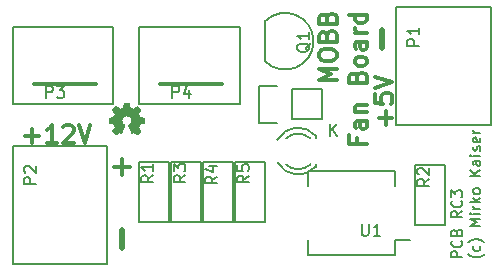
<source format=gbr>
G04 #@! TF.FileFunction,Legend,Top*
%FSLAX46Y46*%
G04 Gerber Fmt 4.6, Leading zero omitted, Abs format (unit mm)*
G04 Created by KiCad (PCBNEW 4.0.4-stable) date 03/11/17 00:41:46*
%MOMM*%
%LPD*%
G01*
G04 APERTURE LIST*
%ADD10C,0.100000*%
%ADD11C,0.300000*%
%ADD12C,0.200000*%
%ADD13C,0.500000*%
%ADD14C,0.350000*%
%ADD15C,0.150000*%
%ADD16C,0.002540*%
G04 APERTURE END LIST*
D10*
D11*
X185317144Y-131987143D02*
X186460001Y-131987143D01*
X185888572Y-132558571D02*
X185888572Y-131415714D01*
X187960001Y-132558571D02*
X187102858Y-132558571D01*
X187531430Y-132558571D02*
X187531430Y-131058571D01*
X187388573Y-131272857D01*
X187245715Y-131415714D01*
X187102858Y-131487143D01*
X188531429Y-131201429D02*
X188602858Y-131130000D01*
X188745715Y-131058571D01*
X189102858Y-131058571D01*
X189245715Y-131130000D01*
X189317144Y-131201429D01*
X189388572Y-131344286D01*
X189388572Y-131487143D01*
X189317144Y-131701429D01*
X188460001Y-132558571D01*
X189388572Y-132558571D01*
X189817143Y-131058571D02*
X190317143Y-132558571D01*
X190817143Y-131058571D01*
D12*
X222282143Y-142260714D02*
X221382143Y-142260714D01*
X221382143Y-141917857D01*
X221425000Y-141832143D01*
X221467857Y-141789286D01*
X221553571Y-141746429D01*
X221682143Y-141746429D01*
X221767857Y-141789286D01*
X221810714Y-141832143D01*
X221853571Y-141917857D01*
X221853571Y-142260714D01*
X222196429Y-140846429D02*
X222239286Y-140889286D01*
X222282143Y-141017857D01*
X222282143Y-141103571D01*
X222239286Y-141232143D01*
X222153571Y-141317857D01*
X222067857Y-141360714D01*
X221896429Y-141403571D01*
X221767857Y-141403571D01*
X221596429Y-141360714D01*
X221510714Y-141317857D01*
X221425000Y-141232143D01*
X221382143Y-141103571D01*
X221382143Y-141017857D01*
X221425000Y-140889286D01*
X221467857Y-140846429D01*
X221810714Y-140160714D02*
X221853571Y-140032143D01*
X221896429Y-139989286D01*
X221982143Y-139946429D01*
X222110714Y-139946429D01*
X222196429Y-139989286D01*
X222239286Y-140032143D01*
X222282143Y-140117857D01*
X222282143Y-140460714D01*
X221382143Y-140460714D01*
X221382143Y-140160714D01*
X221425000Y-140075000D01*
X221467857Y-140032143D01*
X221553571Y-139989286D01*
X221639286Y-139989286D01*
X221725000Y-140032143D01*
X221767857Y-140075000D01*
X221810714Y-140160714D01*
X221810714Y-140460714D01*
X222282143Y-138360715D02*
X221853571Y-138660715D01*
X222282143Y-138875000D02*
X221382143Y-138875000D01*
X221382143Y-138532143D01*
X221425000Y-138446429D01*
X221467857Y-138403572D01*
X221553571Y-138360715D01*
X221682143Y-138360715D01*
X221767857Y-138403572D01*
X221810714Y-138446429D01*
X221853571Y-138532143D01*
X221853571Y-138875000D01*
X222196429Y-137460715D02*
X222239286Y-137503572D01*
X222282143Y-137632143D01*
X222282143Y-137717857D01*
X222239286Y-137846429D01*
X222153571Y-137932143D01*
X222067857Y-137975000D01*
X221896429Y-138017857D01*
X221767857Y-138017857D01*
X221596429Y-137975000D01*
X221510714Y-137932143D01*
X221425000Y-137846429D01*
X221382143Y-137717857D01*
X221382143Y-137632143D01*
X221425000Y-137503572D01*
X221467857Y-137460715D01*
X221382143Y-137160715D02*
X221382143Y-136603572D01*
X221725000Y-136903572D01*
X221725000Y-136775000D01*
X221767857Y-136689286D01*
X221810714Y-136646429D01*
X221896429Y-136603572D01*
X222110714Y-136603572D01*
X222196429Y-136646429D01*
X222239286Y-136689286D01*
X222282143Y-136775000D01*
X222282143Y-137032143D01*
X222239286Y-137117857D01*
X222196429Y-137160715D01*
X224175000Y-142003571D02*
X224132143Y-142046429D01*
X224003571Y-142132143D01*
X223917857Y-142175000D01*
X223789286Y-142217857D01*
X223575000Y-142260714D01*
X223403571Y-142260714D01*
X223189286Y-142217857D01*
X223060714Y-142175000D01*
X222975000Y-142132143D01*
X222846429Y-142046429D01*
X222803571Y-142003571D01*
X223789286Y-141275000D02*
X223832143Y-141360714D01*
X223832143Y-141532143D01*
X223789286Y-141617857D01*
X223746429Y-141660714D01*
X223660714Y-141703571D01*
X223403571Y-141703571D01*
X223317857Y-141660714D01*
X223275000Y-141617857D01*
X223232143Y-141532143D01*
X223232143Y-141360714D01*
X223275000Y-141275000D01*
X224175000Y-140975000D02*
X224132143Y-140932142D01*
X224003571Y-140846428D01*
X223917857Y-140803571D01*
X223789286Y-140760714D01*
X223575000Y-140717857D01*
X223403571Y-140717857D01*
X223189286Y-140760714D01*
X223060714Y-140803571D01*
X222975000Y-140846428D01*
X222846429Y-140932142D01*
X222803571Y-140975000D01*
X223832143Y-139603571D02*
X222932143Y-139603571D01*
X223575000Y-139303571D01*
X222932143Y-139003571D01*
X223832143Y-139003571D01*
X223832143Y-138575000D02*
X223232143Y-138575000D01*
X222932143Y-138575000D02*
X222975000Y-138617857D01*
X223017857Y-138575000D01*
X222975000Y-138532143D01*
X222932143Y-138575000D01*
X223017857Y-138575000D01*
X223832143Y-138146429D02*
X223232143Y-138146429D01*
X223403571Y-138146429D02*
X223317857Y-138103572D01*
X223275000Y-138060715D01*
X223232143Y-137975001D01*
X223232143Y-137889286D01*
X223832143Y-137589286D02*
X222932143Y-137589286D01*
X223489286Y-137503572D02*
X223832143Y-137246429D01*
X223232143Y-137246429D02*
X223575000Y-137589286D01*
X223832143Y-136732144D02*
X223789286Y-136817858D01*
X223746429Y-136860715D01*
X223660714Y-136903572D01*
X223403571Y-136903572D01*
X223317857Y-136860715D01*
X223275000Y-136817858D01*
X223232143Y-136732144D01*
X223232143Y-136603572D01*
X223275000Y-136517858D01*
X223317857Y-136475001D01*
X223403571Y-136432144D01*
X223660714Y-136432144D01*
X223746429Y-136475001D01*
X223789286Y-136517858D01*
X223832143Y-136603572D01*
X223832143Y-136732144D01*
X223832143Y-135360715D02*
X222932143Y-135360715D01*
X223832143Y-134846430D02*
X223317857Y-135232144D01*
X222932143Y-134846430D02*
X223446429Y-135360715D01*
X223832143Y-134075001D02*
X223360714Y-134075001D01*
X223275000Y-134117858D01*
X223232143Y-134203572D01*
X223232143Y-134375001D01*
X223275000Y-134460715D01*
X223789286Y-134075001D02*
X223832143Y-134160715D01*
X223832143Y-134375001D01*
X223789286Y-134460715D01*
X223703571Y-134503572D01*
X223617857Y-134503572D01*
X223532143Y-134460715D01*
X223489286Y-134375001D01*
X223489286Y-134160715D01*
X223446429Y-134075001D01*
X223832143Y-133646429D02*
X223232143Y-133646429D01*
X222932143Y-133646429D02*
X222975000Y-133689286D01*
X223017857Y-133646429D01*
X222975000Y-133603572D01*
X222932143Y-133646429D01*
X223017857Y-133646429D01*
X223789286Y-133260715D02*
X223832143Y-133175001D01*
X223832143Y-133003573D01*
X223789286Y-132917858D01*
X223703571Y-132875001D01*
X223660714Y-132875001D01*
X223575000Y-132917858D01*
X223532143Y-133003573D01*
X223532143Y-133132144D01*
X223489286Y-133217858D01*
X223403571Y-133260715D01*
X223360714Y-133260715D01*
X223275000Y-133217858D01*
X223232143Y-133132144D01*
X223232143Y-133003573D01*
X223275000Y-132917858D01*
X223789286Y-132146430D02*
X223832143Y-132232144D01*
X223832143Y-132403573D01*
X223789286Y-132489287D01*
X223703571Y-132532144D01*
X223360714Y-132532144D01*
X223275000Y-132489287D01*
X223232143Y-132403573D01*
X223232143Y-132232144D01*
X223275000Y-132146430D01*
X223360714Y-132103573D01*
X223446429Y-132103573D01*
X223532143Y-132532144D01*
X223832143Y-131717858D02*
X223232143Y-131717858D01*
X223403571Y-131717858D02*
X223317857Y-131675001D01*
X223275000Y-131632144D01*
X223232143Y-131546430D01*
X223232143Y-131460715D01*
D11*
X211653571Y-127278572D02*
X210153571Y-127278572D01*
X211225000Y-126778572D01*
X210153571Y-126278572D01*
X211653571Y-126278572D01*
X210153571Y-125278572D02*
X210153571Y-124992858D01*
X210225000Y-124850000D01*
X210367857Y-124707143D01*
X210653571Y-124635715D01*
X211153571Y-124635715D01*
X211439286Y-124707143D01*
X211582143Y-124850000D01*
X211653571Y-124992858D01*
X211653571Y-125278572D01*
X211582143Y-125421429D01*
X211439286Y-125564286D01*
X211153571Y-125635715D01*
X210653571Y-125635715D01*
X210367857Y-125564286D01*
X210225000Y-125421429D01*
X210153571Y-125278572D01*
X210867857Y-123492857D02*
X210939286Y-123278571D01*
X211010714Y-123207143D01*
X211153571Y-123135714D01*
X211367857Y-123135714D01*
X211510714Y-123207143D01*
X211582143Y-123278571D01*
X211653571Y-123421429D01*
X211653571Y-123992857D01*
X210153571Y-123992857D01*
X210153571Y-123492857D01*
X210225000Y-123350000D01*
X210296429Y-123278571D01*
X210439286Y-123207143D01*
X210582143Y-123207143D01*
X210725000Y-123278571D01*
X210796429Y-123350000D01*
X210867857Y-123492857D01*
X210867857Y-123992857D01*
X210867857Y-121992857D02*
X210939286Y-121778571D01*
X211010714Y-121707143D01*
X211153571Y-121635714D01*
X211367857Y-121635714D01*
X211510714Y-121707143D01*
X211582143Y-121778571D01*
X211653571Y-121921429D01*
X211653571Y-122492857D01*
X210153571Y-122492857D01*
X210153571Y-121992857D01*
X210225000Y-121850000D01*
X210296429Y-121778571D01*
X210439286Y-121707143D01*
X210582143Y-121707143D01*
X210725000Y-121778571D01*
X210796429Y-121850000D01*
X210867857Y-121992857D01*
X210867857Y-122492857D01*
X213417857Y-132135714D02*
X213417857Y-132635714D01*
X214203571Y-132635714D02*
X212703571Y-132635714D01*
X212703571Y-131921428D01*
X214203571Y-130707143D02*
X213417857Y-130707143D01*
X213275000Y-130778572D01*
X213203571Y-130921429D01*
X213203571Y-131207143D01*
X213275000Y-131350000D01*
X214132143Y-130707143D02*
X214203571Y-130850000D01*
X214203571Y-131207143D01*
X214132143Y-131350000D01*
X213989286Y-131421429D01*
X213846429Y-131421429D01*
X213703571Y-131350000D01*
X213632143Y-131207143D01*
X213632143Y-130850000D01*
X213560714Y-130707143D01*
X213203571Y-129992857D02*
X214203571Y-129992857D01*
X213346429Y-129992857D02*
X213275000Y-129921429D01*
X213203571Y-129778571D01*
X213203571Y-129564286D01*
X213275000Y-129421429D01*
X213417857Y-129350000D01*
X214203571Y-129350000D01*
X213417857Y-126992857D02*
X213489286Y-126778571D01*
X213560714Y-126707143D01*
X213703571Y-126635714D01*
X213917857Y-126635714D01*
X214060714Y-126707143D01*
X214132143Y-126778571D01*
X214203571Y-126921429D01*
X214203571Y-127492857D01*
X212703571Y-127492857D01*
X212703571Y-126992857D01*
X212775000Y-126850000D01*
X212846429Y-126778571D01*
X212989286Y-126707143D01*
X213132143Y-126707143D01*
X213275000Y-126778571D01*
X213346429Y-126850000D01*
X213417857Y-126992857D01*
X213417857Y-127492857D01*
X214203571Y-125778571D02*
X214132143Y-125921429D01*
X214060714Y-125992857D01*
X213917857Y-126064286D01*
X213489286Y-126064286D01*
X213346429Y-125992857D01*
X213275000Y-125921429D01*
X213203571Y-125778571D01*
X213203571Y-125564286D01*
X213275000Y-125421429D01*
X213346429Y-125350000D01*
X213489286Y-125278571D01*
X213917857Y-125278571D01*
X214060714Y-125350000D01*
X214132143Y-125421429D01*
X214203571Y-125564286D01*
X214203571Y-125778571D01*
X214203571Y-123992857D02*
X213417857Y-123992857D01*
X213275000Y-124064286D01*
X213203571Y-124207143D01*
X213203571Y-124492857D01*
X213275000Y-124635714D01*
X214132143Y-123992857D02*
X214203571Y-124135714D01*
X214203571Y-124492857D01*
X214132143Y-124635714D01*
X213989286Y-124707143D01*
X213846429Y-124707143D01*
X213703571Y-124635714D01*
X213632143Y-124492857D01*
X213632143Y-124135714D01*
X213560714Y-123992857D01*
X214203571Y-123278571D02*
X213203571Y-123278571D01*
X213489286Y-123278571D02*
X213346429Y-123207143D01*
X213275000Y-123135714D01*
X213203571Y-122992857D01*
X213203571Y-122850000D01*
X214203571Y-121707143D02*
X212703571Y-121707143D01*
X214132143Y-121707143D02*
X214203571Y-121850000D01*
X214203571Y-122135714D01*
X214132143Y-122278572D01*
X214060714Y-122350000D01*
X213917857Y-122421429D01*
X213489286Y-122421429D01*
X213346429Y-122350000D01*
X213275000Y-122278572D01*
X213203571Y-122135714D01*
X213203571Y-121850000D01*
X213275000Y-121707143D01*
D13*
X215542857Y-123038095D02*
X215542857Y-124561905D01*
D11*
X215807143Y-131028571D02*
X215807143Y-129885714D01*
X216378571Y-130457143D02*
X215235714Y-130457143D01*
X214878571Y-128457142D02*
X214878571Y-129171428D01*
X215592857Y-129242857D01*
X215521429Y-129171428D01*
X215450000Y-129028571D01*
X215450000Y-128671428D01*
X215521429Y-128528571D01*
X215592857Y-128457142D01*
X215735714Y-128385714D01*
X216092857Y-128385714D01*
X216235714Y-128457142D01*
X216307143Y-128528571D01*
X216378571Y-128671428D01*
X216378571Y-129028571D01*
X216307143Y-129171428D01*
X216235714Y-129242857D01*
X214878571Y-127957143D02*
X216378571Y-127457143D01*
X214878571Y-126957143D01*
D13*
X193492857Y-141436905D02*
X193492857Y-139913095D01*
D14*
X192814286Y-134628571D02*
X194185715Y-134628571D01*
X193500001Y-135314286D02*
X193500001Y-133942857D01*
D15*
X216615000Y-142095000D02*
X216615000Y-140825000D01*
X209265000Y-142095000D02*
X209265000Y-140825000D01*
X209265000Y-134965000D02*
X209265000Y-136235000D01*
X216615000Y-134965000D02*
X216615000Y-136235000D01*
X216615000Y-142095000D02*
X209265000Y-142095000D01*
X216615000Y-134965000D02*
X209265000Y-134965000D01*
X216615000Y-140825000D02*
X217900000Y-140825000D01*
X205600000Y-122270000D02*
X205600000Y-125670000D01*
X205602944Y-122272944D02*
G75*
G02X209700000Y-123970000I1697056J-1697056D01*
G01*
X205602944Y-125667056D02*
G75*
G03X209700000Y-123970000I1697056J1697056D01*
G01*
X192250000Y-132800000D02*
X184250000Y-132800000D01*
X184250000Y-132800000D02*
X184250000Y-142800000D01*
X184250000Y-142800000D02*
X192250000Y-142800000D01*
X192250000Y-142800000D02*
X192250000Y-137800000D01*
X192250000Y-137800000D02*
X192250000Y-132800000D01*
X224700000Y-121100000D02*
X216700000Y-121100000D01*
X216700000Y-121100000D02*
X216700000Y-131100000D01*
X216700000Y-131100000D02*
X224700000Y-131100000D01*
X224700000Y-131100000D02*
X224700000Y-126100000D01*
X224700000Y-126100000D02*
X224700000Y-121100000D01*
D11*
X186000000Y-127600000D02*
X191250000Y-127600000D01*
D15*
X192750000Y-126000000D02*
X192750000Y-129250000D01*
X192750000Y-129250000D02*
X184250000Y-129250000D01*
X184250000Y-129250000D02*
X184250000Y-122750000D01*
X184250000Y-122750000D02*
X192750000Y-122750000D01*
X192750000Y-122750000D02*
X192750000Y-126000000D01*
D11*
X196700000Y-127600000D02*
X201950000Y-127600000D01*
D15*
X203450000Y-126000000D02*
X203450000Y-129250000D01*
X203450000Y-129250000D02*
X194950000Y-129250000D01*
X194950000Y-129250000D02*
X194950000Y-122750000D01*
X194950000Y-122750000D02*
X203450000Y-122750000D01*
X203450000Y-122750000D02*
X203450000Y-126000000D01*
X209899000Y-131986000D02*
X209899000Y-132186000D01*
X209899000Y-134580000D02*
X209899000Y-134400000D01*
X206671256Y-134269643D02*
G75*
G03X209899000Y-134586000I1727744J1003643D01*
G01*
X207346994Y-134399068D02*
G75*
G03X209450000Y-134400000I1052006J1133068D01*
G01*
X209886220Y-131959274D02*
G75*
G03X206649000Y-132306000I-1497220J-1306726D01*
G01*
X209412889Y-132186747D02*
G75*
G03X207365000Y-132206000I-1013889J-1079253D01*
G01*
X207870000Y-128030000D02*
X210410000Y-128030000D01*
X205050000Y-127750000D02*
X206600000Y-127750000D01*
X207870000Y-128030000D02*
X207870000Y-130570000D01*
X206600000Y-130850000D02*
X205050000Y-130850000D01*
X205050000Y-130850000D02*
X205050000Y-127750000D01*
X207870000Y-130570000D02*
X210410000Y-130570000D01*
X210410000Y-130570000D02*
X210410000Y-128030000D01*
D16*
G36*
X192940680Y-131856200D02*
X192958460Y-131848580D01*
X192991480Y-131825720D01*
X193042280Y-131792700D01*
X193100700Y-131754600D01*
X193161660Y-131713960D01*
X193209920Y-131680940D01*
X193245480Y-131658080D01*
X193258180Y-131650460D01*
X193265800Y-131653000D01*
X193293740Y-131668240D01*
X193334380Y-131688560D01*
X193359780Y-131701260D01*
X193397880Y-131716500D01*
X193415660Y-131721580D01*
X193418200Y-131716500D01*
X193433440Y-131686020D01*
X193453760Y-131637760D01*
X193481700Y-131571720D01*
X193514720Y-131495520D01*
X193550280Y-131414240D01*
X193583300Y-131330420D01*
X193616320Y-131251680D01*
X193646800Y-131178020D01*
X193669660Y-131119600D01*
X193684900Y-131078960D01*
X193692520Y-131061180D01*
X193689980Y-131058640D01*
X193672200Y-131040860D01*
X193639180Y-131015460D01*
X193568060Y-130957040D01*
X193496940Y-130870680D01*
X193453760Y-130771620D01*
X193441060Y-130659860D01*
X193451220Y-130558260D01*
X193491860Y-130461740D01*
X193560440Y-130372840D01*
X193644260Y-130306800D01*
X193740780Y-130266160D01*
X193850000Y-130253460D01*
X193954140Y-130263620D01*
X194053200Y-130304260D01*
X194142100Y-130370300D01*
X194180200Y-130413480D01*
X194231000Y-130504920D01*
X194261480Y-130598900D01*
X194264020Y-130621760D01*
X194258940Y-130728440D01*
X194228460Y-130830040D01*
X194172580Y-130918940D01*
X194096380Y-130992600D01*
X194086220Y-131000220D01*
X194050660Y-131028160D01*
X194025260Y-131045940D01*
X194007480Y-131061180D01*
X194142100Y-131383760D01*
X194162420Y-131434560D01*
X194200520Y-131523460D01*
X194231000Y-131599660D01*
X194258940Y-131660620D01*
X194276720Y-131701260D01*
X194284340Y-131716500D01*
X194284340Y-131716500D01*
X194297040Y-131719040D01*
X194319900Y-131711420D01*
X194365620Y-131688560D01*
X194396100Y-131673320D01*
X194429120Y-131658080D01*
X194444360Y-131650460D01*
X194459600Y-131658080D01*
X194492620Y-131678400D01*
X194538340Y-131711420D01*
X194596760Y-131749520D01*
X194652640Y-131787620D01*
X194703440Y-131820640D01*
X194739000Y-131846040D01*
X194756780Y-131853660D01*
X194759320Y-131853660D01*
X194777100Y-131846040D01*
X194805040Y-131820640D01*
X194848220Y-131780000D01*
X194911720Y-131719040D01*
X194921880Y-131708880D01*
X194972680Y-131658080D01*
X195013320Y-131612360D01*
X195041260Y-131581880D01*
X195051420Y-131569180D01*
X195051420Y-131569180D01*
X195041260Y-131551400D01*
X195018400Y-131513300D01*
X194985380Y-131462500D01*
X194944740Y-131401540D01*
X194838060Y-131246600D01*
X194896480Y-131101820D01*
X194914260Y-131056100D01*
X194937120Y-131000220D01*
X194954900Y-130962120D01*
X194962520Y-130944340D01*
X194980300Y-130939260D01*
X195018400Y-130929100D01*
X195076820Y-130918940D01*
X195147940Y-130906240D01*
X195213980Y-130893540D01*
X195272400Y-130880840D01*
X195315580Y-130873220D01*
X195335900Y-130870680D01*
X195340980Y-130865600D01*
X195343520Y-130857980D01*
X195346060Y-130837660D01*
X195348600Y-130799560D01*
X195348600Y-130743680D01*
X195348600Y-130659860D01*
X195348600Y-130652240D01*
X195348600Y-130573500D01*
X195346060Y-130510000D01*
X195343520Y-130471900D01*
X195340980Y-130454120D01*
X195340980Y-130454120D01*
X195323200Y-130449040D01*
X195280020Y-130441420D01*
X195221600Y-130428720D01*
X195150480Y-130416020D01*
X195145400Y-130416020D01*
X195074280Y-130400780D01*
X195015860Y-130388080D01*
X194972680Y-130380460D01*
X194954900Y-130372840D01*
X194952360Y-130367760D01*
X194937120Y-130339820D01*
X194916800Y-130296640D01*
X194893940Y-130243300D01*
X194871080Y-130187420D01*
X194850760Y-130136620D01*
X194838060Y-130101060D01*
X194832980Y-130083280D01*
X194832980Y-130083280D01*
X194843140Y-130065500D01*
X194868540Y-130029940D01*
X194904100Y-129979140D01*
X194944740Y-129918180D01*
X194947280Y-129913100D01*
X194987920Y-129852140D01*
X195020940Y-129801340D01*
X195043800Y-129765780D01*
X195051420Y-129750540D01*
X195051420Y-129748000D01*
X195038720Y-129730220D01*
X195008240Y-129697200D01*
X194962520Y-129651480D01*
X194911720Y-129598140D01*
X194893940Y-129582900D01*
X194835520Y-129524480D01*
X194794880Y-129488920D01*
X194769480Y-129468600D01*
X194759320Y-129463520D01*
X194756780Y-129463520D01*
X194739000Y-129473680D01*
X194700900Y-129499080D01*
X194650100Y-129534640D01*
X194589140Y-129575280D01*
X194586600Y-129577820D01*
X194525640Y-129618460D01*
X194474840Y-129654020D01*
X194439280Y-129676880D01*
X194424040Y-129684500D01*
X194421500Y-129684500D01*
X194398640Y-129679420D01*
X194355460Y-129664180D01*
X194302120Y-129643860D01*
X194246240Y-129621000D01*
X194195440Y-129600680D01*
X194159880Y-129582900D01*
X194142100Y-129572740D01*
X194139560Y-129572740D01*
X194134480Y-129549880D01*
X194124320Y-129504160D01*
X194111620Y-129443200D01*
X194096380Y-129369540D01*
X194093840Y-129359380D01*
X194081140Y-129285720D01*
X194070980Y-129227300D01*
X194060820Y-129186660D01*
X194058280Y-129168880D01*
X194048120Y-129168880D01*
X194012560Y-129166340D01*
X193959220Y-129163800D01*
X193893180Y-129163800D01*
X193827140Y-129163800D01*
X193761100Y-129163800D01*
X193705220Y-129166340D01*
X193664580Y-129168880D01*
X193646800Y-129173960D01*
X193646800Y-129173960D01*
X193641720Y-129196820D01*
X193631560Y-129240000D01*
X193618860Y-129303500D01*
X193603620Y-129377160D01*
X193601080Y-129389860D01*
X193588380Y-129460980D01*
X193575680Y-129519400D01*
X193568060Y-129560040D01*
X193562980Y-129575280D01*
X193557900Y-129577820D01*
X193527420Y-129593060D01*
X193479160Y-129610840D01*
X193420740Y-129636240D01*
X193283580Y-129692120D01*
X193115940Y-129575280D01*
X193100700Y-129565120D01*
X193039740Y-129524480D01*
X192988940Y-129491460D01*
X192953380Y-129468600D01*
X192940680Y-129460980D01*
X192938140Y-129460980D01*
X192922900Y-129476220D01*
X192889880Y-129506700D01*
X192844160Y-129552420D01*
X192790820Y-129603220D01*
X192750180Y-129643860D01*
X192704460Y-129689580D01*
X192676520Y-129722600D01*
X192658740Y-129742920D01*
X192653660Y-129755620D01*
X192656200Y-129763240D01*
X192666360Y-129781020D01*
X192691760Y-129816580D01*
X192724780Y-129869920D01*
X192765420Y-129928340D01*
X192800980Y-129979140D01*
X192836540Y-130035020D01*
X192859400Y-130075660D01*
X192869560Y-130093440D01*
X192867020Y-130103600D01*
X192854320Y-130136620D01*
X192834000Y-130184880D01*
X192808600Y-130245840D01*
X192750180Y-130377920D01*
X192663820Y-130395700D01*
X192610480Y-130405860D01*
X192536820Y-130418560D01*
X192465700Y-130433800D01*
X192353940Y-130454120D01*
X192351400Y-130857980D01*
X192369180Y-130865600D01*
X192384420Y-130870680D01*
X192425060Y-130880840D01*
X192483480Y-130891000D01*
X192552060Y-130903700D01*
X192613020Y-130916400D01*
X192671440Y-130926560D01*
X192714620Y-130934180D01*
X192732400Y-130939260D01*
X192737480Y-130944340D01*
X192752720Y-130974820D01*
X192773040Y-131020540D01*
X192795900Y-131073880D01*
X192821300Y-131132300D01*
X192841620Y-131183100D01*
X192856860Y-131223740D01*
X192861940Y-131244060D01*
X192854320Y-131259300D01*
X192831460Y-131294860D01*
X192798440Y-131345660D01*
X192757800Y-131404080D01*
X192717160Y-131462500D01*
X192684140Y-131513300D01*
X192658740Y-131548860D01*
X192651120Y-131566640D01*
X192656200Y-131576800D01*
X192679060Y-131604740D01*
X192722240Y-131650460D01*
X192788280Y-131716500D01*
X192800980Y-131726660D01*
X192851780Y-131777460D01*
X192897500Y-131818100D01*
X192927980Y-131846040D01*
X192940680Y-131856200D01*
X192940680Y-131856200D01*
G37*
X192940680Y-131856200D02*
X192958460Y-131848580D01*
X192991480Y-131825720D01*
X193042280Y-131792700D01*
X193100700Y-131754600D01*
X193161660Y-131713960D01*
X193209920Y-131680940D01*
X193245480Y-131658080D01*
X193258180Y-131650460D01*
X193265800Y-131653000D01*
X193293740Y-131668240D01*
X193334380Y-131688560D01*
X193359780Y-131701260D01*
X193397880Y-131716500D01*
X193415660Y-131721580D01*
X193418200Y-131716500D01*
X193433440Y-131686020D01*
X193453760Y-131637760D01*
X193481700Y-131571720D01*
X193514720Y-131495520D01*
X193550280Y-131414240D01*
X193583300Y-131330420D01*
X193616320Y-131251680D01*
X193646800Y-131178020D01*
X193669660Y-131119600D01*
X193684900Y-131078960D01*
X193692520Y-131061180D01*
X193689980Y-131058640D01*
X193672200Y-131040860D01*
X193639180Y-131015460D01*
X193568060Y-130957040D01*
X193496940Y-130870680D01*
X193453760Y-130771620D01*
X193441060Y-130659860D01*
X193451220Y-130558260D01*
X193491860Y-130461740D01*
X193560440Y-130372840D01*
X193644260Y-130306800D01*
X193740780Y-130266160D01*
X193850000Y-130253460D01*
X193954140Y-130263620D01*
X194053200Y-130304260D01*
X194142100Y-130370300D01*
X194180200Y-130413480D01*
X194231000Y-130504920D01*
X194261480Y-130598900D01*
X194264020Y-130621760D01*
X194258940Y-130728440D01*
X194228460Y-130830040D01*
X194172580Y-130918940D01*
X194096380Y-130992600D01*
X194086220Y-131000220D01*
X194050660Y-131028160D01*
X194025260Y-131045940D01*
X194007480Y-131061180D01*
X194142100Y-131383760D01*
X194162420Y-131434560D01*
X194200520Y-131523460D01*
X194231000Y-131599660D01*
X194258940Y-131660620D01*
X194276720Y-131701260D01*
X194284340Y-131716500D01*
X194284340Y-131716500D01*
X194297040Y-131719040D01*
X194319900Y-131711420D01*
X194365620Y-131688560D01*
X194396100Y-131673320D01*
X194429120Y-131658080D01*
X194444360Y-131650460D01*
X194459600Y-131658080D01*
X194492620Y-131678400D01*
X194538340Y-131711420D01*
X194596760Y-131749520D01*
X194652640Y-131787620D01*
X194703440Y-131820640D01*
X194739000Y-131846040D01*
X194756780Y-131853660D01*
X194759320Y-131853660D01*
X194777100Y-131846040D01*
X194805040Y-131820640D01*
X194848220Y-131780000D01*
X194911720Y-131719040D01*
X194921880Y-131708880D01*
X194972680Y-131658080D01*
X195013320Y-131612360D01*
X195041260Y-131581880D01*
X195051420Y-131569180D01*
X195051420Y-131569180D01*
X195041260Y-131551400D01*
X195018400Y-131513300D01*
X194985380Y-131462500D01*
X194944740Y-131401540D01*
X194838060Y-131246600D01*
X194896480Y-131101820D01*
X194914260Y-131056100D01*
X194937120Y-131000220D01*
X194954900Y-130962120D01*
X194962520Y-130944340D01*
X194980300Y-130939260D01*
X195018400Y-130929100D01*
X195076820Y-130918940D01*
X195147940Y-130906240D01*
X195213980Y-130893540D01*
X195272400Y-130880840D01*
X195315580Y-130873220D01*
X195335900Y-130870680D01*
X195340980Y-130865600D01*
X195343520Y-130857980D01*
X195346060Y-130837660D01*
X195348600Y-130799560D01*
X195348600Y-130743680D01*
X195348600Y-130659860D01*
X195348600Y-130652240D01*
X195348600Y-130573500D01*
X195346060Y-130510000D01*
X195343520Y-130471900D01*
X195340980Y-130454120D01*
X195340980Y-130454120D01*
X195323200Y-130449040D01*
X195280020Y-130441420D01*
X195221600Y-130428720D01*
X195150480Y-130416020D01*
X195145400Y-130416020D01*
X195074280Y-130400780D01*
X195015860Y-130388080D01*
X194972680Y-130380460D01*
X194954900Y-130372840D01*
X194952360Y-130367760D01*
X194937120Y-130339820D01*
X194916800Y-130296640D01*
X194893940Y-130243300D01*
X194871080Y-130187420D01*
X194850760Y-130136620D01*
X194838060Y-130101060D01*
X194832980Y-130083280D01*
X194832980Y-130083280D01*
X194843140Y-130065500D01*
X194868540Y-130029940D01*
X194904100Y-129979140D01*
X194944740Y-129918180D01*
X194947280Y-129913100D01*
X194987920Y-129852140D01*
X195020940Y-129801340D01*
X195043800Y-129765780D01*
X195051420Y-129750540D01*
X195051420Y-129748000D01*
X195038720Y-129730220D01*
X195008240Y-129697200D01*
X194962520Y-129651480D01*
X194911720Y-129598140D01*
X194893940Y-129582900D01*
X194835520Y-129524480D01*
X194794880Y-129488920D01*
X194769480Y-129468600D01*
X194759320Y-129463520D01*
X194756780Y-129463520D01*
X194739000Y-129473680D01*
X194700900Y-129499080D01*
X194650100Y-129534640D01*
X194589140Y-129575280D01*
X194586600Y-129577820D01*
X194525640Y-129618460D01*
X194474840Y-129654020D01*
X194439280Y-129676880D01*
X194424040Y-129684500D01*
X194421500Y-129684500D01*
X194398640Y-129679420D01*
X194355460Y-129664180D01*
X194302120Y-129643860D01*
X194246240Y-129621000D01*
X194195440Y-129600680D01*
X194159880Y-129582900D01*
X194142100Y-129572740D01*
X194139560Y-129572740D01*
X194134480Y-129549880D01*
X194124320Y-129504160D01*
X194111620Y-129443200D01*
X194096380Y-129369540D01*
X194093840Y-129359380D01*
X194081140Y-129285720D01*
X194070980Y-129227300D01*
X194060820Y-129186660D01*
X194058280Y-129168880D01*
X194048120Y-129168880D01*
X194012560Y-129166340D01*
X193959220Y-129163800D01*
X193893180Y-129163800D01*
X193827140Y-129163800D01*
X193761100Y-129163800D01*
X193705220Y-129166340D01*
X193664580Y-129168880D01*
X193646800Y-129173960D01*
X193646800Y-129173960D01*
X193641720Y-129196820D01*
X193631560Y-129240000D01*
X193618860Y-129303500D01*
X193603620Y-129377160D01*
X193601080Y-129389860D01*
X193588380Y-129460980D01*
X193575680Y-129519400D01*
X193568060Y-129560040D01*
X193562980Y-129575280D01*
X193557900Y-129577820D01*
X193527420Y-129593060D01*
X193479160Y-129610840D01*
X193420740Y-129636240D01*
X193283580Y-129692120D01*
X193115940Y-129575280D01*
X193100700Y-129565120D01*
X193039740Y-129524480D01*
X192988940Y-129491460D01*
X192953380Y-129468600D01*
X192940680Y-129460980D01*
X192938140Y-129460980D01*
X192922900Y-129476220D01*
X192889880Y-129506700D01*
X192844160Y-129552420D01*
X192790820Y-129603220D01*
X192750180Y-129643860D01*
X192704460Y-129689580D01*
X192676520Y-129722600D01*
X192658740Y-129742920D01*
X192653660Y-129755620D01*
X192656200Y-129763240D01*
X192666360Y-129781020D01*
X192691760Y-129816580D01*
X192724780Y-129869920D01*
X192765420Y-129928340D01*
X192800980Y-129979140D01*
X192836540Y-130035020D01*
X192859400Y-130075660D01*
X192869560Y-130093440D01*
X192867020Y-130103600D01*
X192854320Y-130136620D01*
X192834000Y-130184880D01*
X192808600Y-130245840D01*
X192750180Y-130377920D01*
X192663820Y-130395700D01*
X192610480Y-130405860D01*
X192536820Y-130418560D01*
X192465700Y-130433800D01*
X192353940Y-130454120D01*
X192351400Y-130857980D01*
X192369180Y-130865600D01*
X192384420Y-130870680D01*
X192425060Y-130880840D01*
X192483480Y-130891000D01*
X192552060Y-130903700D01*
X192613020Y-130916400D01*
X192671440Y-130926560D01*
X192714620Y-130934180D01*
X192732400Y-130939260D01*
X192737480Y-130944340D01*
X192752720Y-130974820D01*
X192773040Y-131020540D01*
X192795900Y-131073880D01*
X192821300Y-131132300D01*
X192841620Y-131183100D01*
X192856860Y-131223740D01*
X192861940Y-131244060D01*
X192854320Y-131259300D01*
X192831460Y-131294860D01*
X192798440Y-131345660D01*
X192757800Y-131404080D01*
X192717160Y-131462500D01*
X192684140Y-131513300D01*
X192658740Y-131548860D01*
X192651120Y-131566640D01*
X192656200Y-131576800D01*
X192679060Y-131604740D01*
X192722240Y-131650460D01*
X192788280Y-131716500D01*
X192800980Y-131726660D01*
X192851780Y-131777460D01*
X192897500Y-131818100D01*
X192927980Y-131846040D01*
X192940680Y-131856200D01*
D15*
X194894200Y-139268200D02*
X194894200Y-134188200D01*
X194894200Y-134188200D02*
X197434200Y-134188200D01*
X197434200Y-134188200D02*
X197434200Y-139268200D01*
X197434200Y-139268200D02*
X194894200Y-139268200D01*
X218287600Y-139522200D02*
X218287600Y-134442200D01*
X218287600Y-134442200D02*
X220827600Y-134442200D01*
X220827600Y-134442200D02*
X220827600Y-139522200D01*
X220827600Y-139522200D02*
X218287600Y-139522200D01*
X197612000Y-139268200D02*
X197612000Y-134188200D01*
X197612000Y-134188200D02*
X200152000Y-134188200D01*
X200152000Y-134188200D02*
X200152000Y-139268200D01*
X200152000Y-139268200D02*
X197612000Y-139268200D01*
X200329800Y-139293600D02*
X200329800Y-134213600D01*
X200329800Y-134213600D02*
X202869800Y-134213600D01*
X202869800Y-134213600D02*
X202869800Y-139293600D01*
X202869800Y-139293600D02*
X200329800Y-139293600D01*
X203047600Y-139268200D02*
X203047600Y-134188200D01*
X203047600Y-134188200D02*
X205587600Y-134188200D01*
X205587600Y-134188200D02*
X205587600Y-139268200D01*
X205587600Y-139268200D02*
X203047600Y-139268200D01*
X213791895Y-139431781D02*
X213791895Y-140241305D01*
X213839514Y-140336543D01*
X213887133Y-140384162D01*
X213982371Y-140431781D01*
X214172848Y-140431781D01*
X214268086Y-140384162D01*
X214315705Y-140336543D01*
X214363324Y-140241305D01*
X214363324Y-139431781D01*
X215363324Y-140431781D02*
X214791895Y-140431781D01*
X215077609Y-140431781D02*
X215077609Y-139431781D01*
X214982371Y-139574638D01*
X214887133Y-139669876D01*
X214791895Y-139717495D01*
X209411819Y-124123438D02*
X209364200Y-124218676D01*
X209268962Y-124313914D01*
X209126105Y-124456771D01*
X209078486Y-124552010D01*
X209078486Y-124647248D01*
X209316581Y-124599629D02*
X209268962Y-124694867D01*
X209173724Y-124790105D01*
X208983248Y-124837724D01*
X208649914Y-124837724D01*
X208459438Y-124790105D01*
X208364200Y-124694867D01*
X208316581Y-124599629D01*
X208316581Y-124409152D01*
X208364200Y-124313914D01*
X208459438Y-124218676D01*
X208649914Y-124171057D01*
X208983248Y-124171057D01*
X209173724Y-124218676D01*
X209268962Y-124313914D01*
X209316581Y-124409152D01*
X209316581Y-124599629D01*
X209316581Y-123218676D02*
X209316581Y-123790105D01*
X209316581Y-123504391D02*
X208316581Y-123504391D01*
X208459438Y-123599629D01*
X208554676Y-123694867D01*
X208602295Y-123790105D01*
X186202381Y-136038095D02*
X185202381Y-136038095D01*
X185202381Y-135657142D01*
X185250000Y-135561904D01*
X185297619Y-135514285D01*
X185392857Y-135466666D01*
X185535714Y-135466666D01*
X185630952Y-135514285D01*
X185678571Y-135561904D01*
X185726190Y-135657142D01*
X185726190Y-136038095D01*
X185297619Y-135085714D02*
X185250000Y-135038095D01*
X185202381Y-134942857D01*
X185202381Y-134704761D01*
X185250000Y-134609523D01*
X185297619Y-134561904D01*
X185392857Y-134514285D01*
X185488095Y-134514285D01*
X185630952Y-134561904D01*
X186202381Y-135133333D01*
X186202381Y-134514285D01*
X218652381Y-124338095D02*
X217652381Y-124338095D01*
X217652381Y-123957142D01*
X217700000Y-123861904D01*
X217747619Y-123814285D01*
X217842857Y-123766666D01*
X217985714Y-123766666D01*
X218080952Y-123814285D01*
X218128571Y-123861904D01*
X218176190Y-123957142D01*
X218176190Y-124338095D01*
X218652381Y-122814285D02*
X218652381Y-123385714D01*
X218652381Y-123100000D02*
X217652381Y-123100000D01*
X217795238Y-123195238D01*
X217890476Y-123290476D01*
X217938095Y-123385714D01*
X187061905Y-128752381D02*
X187061905Y-127752381D01*
X187442858Y-127752381D01*
X187538096Y-127800000D01*
X187585715Y-127847619D01*
X187633334Y-127942857D01*
X187633334Y-128085714D01*
X187585715Y-128180952D01*
X187538096Y-128228571D01*
X187442858Y-128276190D01*
X187061905Y-128276190D01*
X187966667Y-127752381D02*
X188585715Y-127752381D01*
X188252381Y-128133333D01*
X188395239Y-128133333D01*
X188490477Y-128180952D01*
X188538096Y-128228571D01*
X188585715Y-128323810D01*
X188585715Y-128561905D01*
X188538096Y-128657143D01*
X188490477Y-128704762D01*
X188395239Y-128752381D01*
X188109524Y-128752381D01*
X188014286Y-128704762D01*
X187966667Y-128657143D01*
X197761905Y-128752381D02*
X197761905Y-127752381D01*
X198142858Y-127752381D01*
X198238096Y-127800000D01*
X198285715Y-127847619D01*
X198333334Y-127942857D01*
X198333334Y-128085714D01*
X198285715Y-128180952D01*
X198238096Y-128228571D01*
X198142858Y-128276190D01*
X197761905Y-128276190D01*
X199190477Y-128085714D02*
X199190477Y-128752381D01*
X198952381Y-127704762D02*
X198714286Y-128419048D01*
X199333334Y-128419048D01*
X211128095Y-132012381D02*
X211128095Y-131012381D01*
X211699524Y-132012381D02*
X211270952Y-131440952D01*
X211699524Y-131012381D02*
X211128095Y-131583810D01*
X196133981Y-135320066D02*
X195657790Y-135653400D01*
X196133981Y-135891495D02*
X195133981Y-135891495D01*
X195133981Y-135510542D01*
X195181600Y-135415304D01*
X195229219Y-135367685D01*
X195324457Y-135320066D01*
X195467314Y-135320066D01*
X195562552Y-135367685D01*
X195610171Y-135415304D01*
X195657790Y-135510542D01*
X195657790Y-135891495D01*
X196133981Y-134367685D02*
X196133981Y-134939114D01*
X196133981Y-134653400D02*
X195133981Y-134653400D01*
X195276838Y-134748638D01*
X195372076Y-134843876D01*
X195419695Y-134939114D01*
X219501981Y-135624866D02*
X219025790Y-135958200D01*
X219501981Y-136196295D02*
X218501981Y-136196295D01*
X218501981Y-135815342D01*
X218549600Y-135720104D01*
X218597219Y-135672485D01*
X218692457Y-135624866D01*
X218835314Y-135624866D01*
X218930552Y-135672485D01*
X218978171Y-135720104D01*
X219025790Y-135815342D01*
X219025790Y-136196295D01*
X218597219Y-135243914D02*
X218549600Y-135196295D01*
X218501981Y-135101057D01*
X218501981Y-134862961D01*
X218549600Y-134767723D01*
X218597219Y-134720104D01*
X218692457Y-134672485D01*
X218787695Y-134672485D01*
X218930552Y-134720104D01*
X219501981Y-135291533D01*
X219501981Y-134672485D01*
X198851781Y-135294666D02*
X198375590Y-135628000D01*
X198851781Y-135866095D02*
X197851781Y-135866095D01*
X197851781Y-135485142D01*
X197899400Y-135389904D01*
X197947019Y-135342285D01*
X198042257Y-135294666D01*
X198185114Y-135294666D01*
X198280352Y-135342285D01*
X198327971Y-135389904D01*
X198375590Y-135485142D01*
X198375590Y-135866095D01*
X197851781Y-134961333D02*
X197851781Y-134342285D01*
X198232733Y-134675619D01*
X198232733Y-134532761D01*
X198280352Y-134437523D01*
X198327971Y-134389904D01*
X198423210Y-134342285D01*
X198661305Y-134342285D01*
X198756543Y-134389904D01*
X198804162Y-134437523D01*
X198851781Y-134532761D01*
X198851781Y-134818476D01*
X198804162Y-134913714D01*
X198756543Y-134961333D01*
X201544181Y-135421666D02*
X201067990Y-135755000D01*
X201544181Y-135993095D02*
X200544181Y-135993095D01*
X200544181Y-135612142D01*
X200591800Y-135516904D01*
X200639419Y-135469285D01*
X200734657Y-135421666D01*
X200877514Y-135421666D01*
X200972752Y-135469285D01*
X201020371Y-135516904D01*
X201067990Y-135612142D01*
X201067990Y-135993095D01*
X200877514Y-134564523D02*
X201544181Y-134564523D01*
X200496562Y-134802619D02*
X201210848Y-135040714D01*
X201210848Y-134421666D01*
X204236581Y-135345466D02*
X203760390Y-135678800D01*
X204236581Y-135916895D02*
X203236581Y-135916895D01*
X203236581Y-135535942D01*
X203284200Y-135440704D01*
X203331819Y-135393085D01*
X203427057Y-135345466D01*
X203569914Y-135345466D01*
X203665152Y-135393085D01*
X203712771Y-135440704D01*
X203760390Y-135535942D01*
X203760390Y-135916895D01*
X203236581Y-134440704D02*
X203236581Y-134916895D01*
X203712771Y-134964514D01*
X203665152Y-134916895D01*
X203617533Y-134821657D01*
X203617533Y-134583561D01*
X203665152Y-134488323D01*
X203712771Y-134440704D01*
X203808010Y-134393085D01*
X204046105Y-134393085D01*
X204141343Y-134440704D01*
X204188962Y-134488323D01*
X204236581Y-134583561D01*
X204236581Y-134821657D01*
X204188962Y-134916895D01*
X204141343Y-134964514D01*
M02*

</source>
